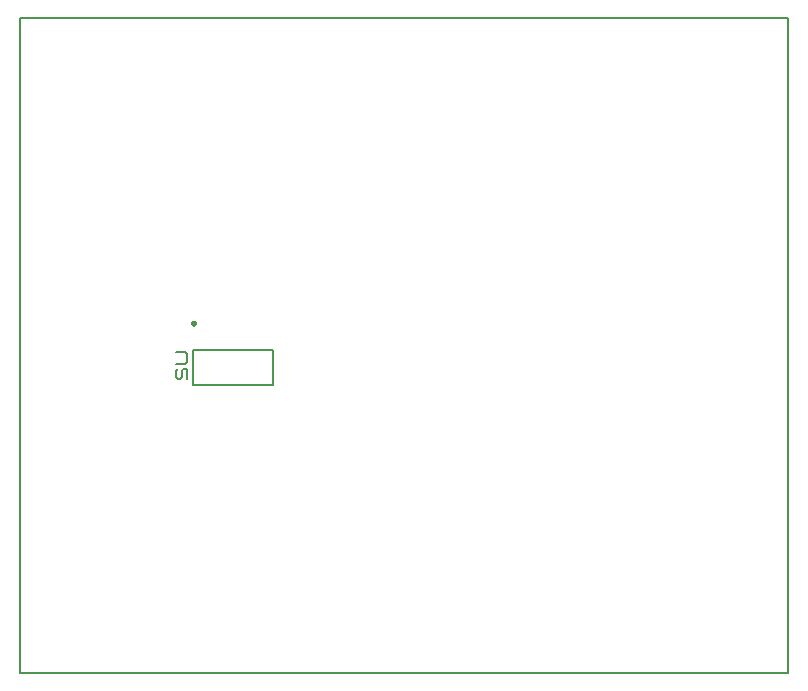
<source format=gbr>
G04 PROTEUS GERBER X2 FILE*
%TF.GenerationSoftware,Labcenter,Proteus,8.6-SP2-Build23525*%
%TF.CreationDate,2023-02-23T10:19:36+00:00*%
%TF.FileFunction,Legend,Bot*%
%TF.FilePolarity,Positive*%
%TF.Part,Single*%
%FSLAX45Y45*%
%MOMM*%
G01*
%TA.AperFunction,Material*%
%ADD17C,0.250000*%
%ADD18C,0.200000*%
%ADD19C,0.203200*%
%TA.AperFunction,Profile*%
%ADD16C,0.203200*%
%TD.AperFunction*%
D17*
X+1077500Y+2115000D02*
X+1077457Y+2116039D01*
X+1077105Y+2118118D01*
X+1076368Y+2120197D01*
X+1075164Y+2122276D01*
X+1073323Y+2124326D01*
X+1071244Y+2125829D01*
X+1069165Y+2126786D01*
X+1067086Y+2127325D01*
X+1065007Y+2127500D01*
X+1065000Y+2127500D01*
X+1052500Y+2115000D02*
X+1052543Y+2116039D01*
X+1052895Y+2118118D01*
X+1053632Y+2120197D01*
X+1054836Y+2122276D01*
X+1056677Y+2124326D01*
X+1058756Y+2125829D01*
X+1060835Y+2126786D01*
X+1062914Y+2127325D01*
X+1064993Y+2127500D01*
X+1065000Y+2127500D01*
X+1052500Y+2115000D02*
X+1052543Y+2113961D01*
X+1052895Y+2111882D01*
X+1053632Y+2109803D01*
X+1054836Y+2107724D01*
X+1056677Y+2105674D01*
X+1058756Y+2104171D01*
X+1060835Y+2103214D01*
X+1062914Y+2102675D01*
X+1064993Y+2102500D01*
X+1065000Y+2102500D01*
X+1077500Y+2115000D02*
X+1077457Y+2113961D01*
X+1077105Y+2111882D01*
X+1076368Y+2109803D01*
X+1075164Y+2107724D01*
X+1073323Y+2105674D01*
X+1071244Y+2104171D01*
X+1069165Y+2103214D01*
X+1067086Y+2102675D01*
X+1065007Y+2102500D01*
X+1065000Y+2102500D01*
D18*
X+1735000Y+1885000D02*
X+1735000Y+1595000D01*
X+1065000Y+1595000D01*
X+1065000Y+1885000D01*
X+1735000Y+1885000D01*
D19*
X+918080Y+1867000D02*
X+994280Y+1867000D01*
X+1009520Y+1851125D01*
X+1009520Y+1787625D01*
X+994280Y+1771750D01*
X+918080Y+1771750D01*
X+933320Y+1724125D02*
X+918080Y+1708250D01*
X+918080Y+1660625D01*
X+933320Y+1644750D01*
X+948560Y+1644750D01*
X+963800Y+1660625D01*
X+963800Y+1708250D01*
X+979040Y+1724125D01*
X+1009520Y+1724125D01*
X+1009520Y+1644750D01*
D16*
X-400000Y-850000D02*
X+6100000Y-850000D01*
X+6100000Y+4700000D01*
X-400000Y+4700000D01*
X-400000Y-850000D01*
M02*

</source>
